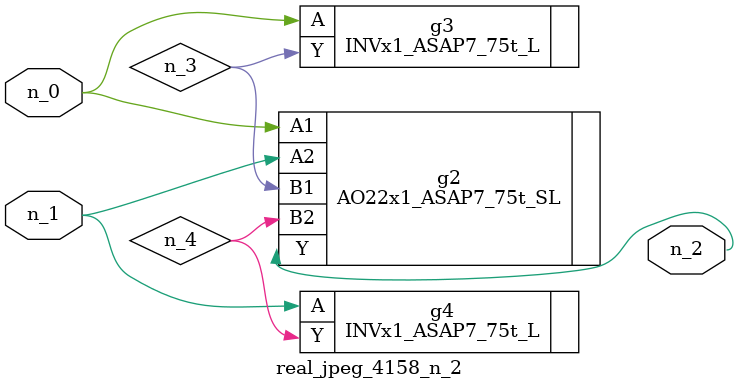
<source format=v>
module real_jpeg_4158_n_2 (n_1, n_0, n_2);

input n_1;
input n_0;

output n_2;

wire n_4;
wire n_3;

AO22x1_ASAP7_75t_SL g2 ( 
.A1(n_0),
.A2(n_1),
.B1(n_3),
.B2(n_4),
.Y(n_2)
);

INVx1_ASAP7_75t_L g3 ( 
.A(n_0),
.Y(n_3)
);

INVx1_ASAP7_75t_L g4 ( 
.A(n_1),
.Y(n_4)
);


endmodule
</source>
